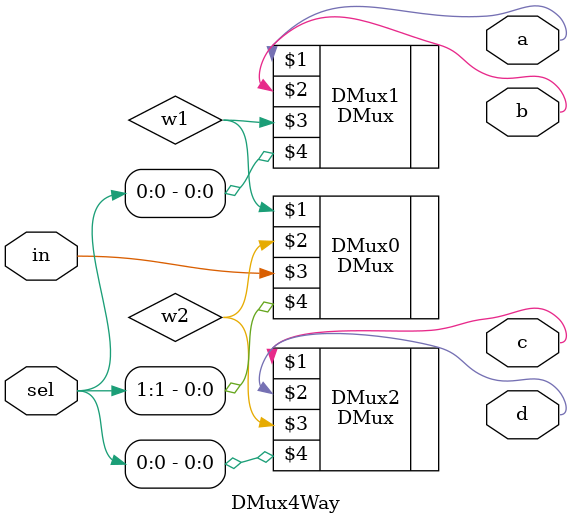
<source format=v>
/* módulo DMux4Way */
/* Leonardo Vecchi Meirelles - 12011ECP002 */

`ifndef _DMux4Way_
`define _DMux4Way_
`include "DMux.v"

module DMux4Way(a, b, c, d, in, sel);
    input in;
    input [1:0] sel;
    output a, b, c, d;
    wire w1, w2;

    DMux DMux0(w1, w2, in, sel[1]);
    DMux DMux1(a, b, w1, sel[0]);
    DMux DMux2(c, d, w2, sel[0]);

    // Descrição de conexões internas do módulo

endmodule

`endif
</source>
